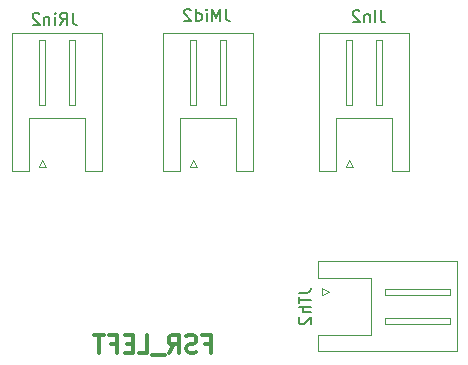
<source format=gbr>
%TF.GenerationSoftware,KiCad,Pcbnew,9.0.2*%
%TF.CreationDate,2025-08-28T12:16:00+10:00*%
%TF.ProjectId,fsr_left,6673725f-6c65-4667-942e-6b696361645f,rev?*%
%TF.SameCoordinates,Original*%
%TF.FileFunction,Legend,Bot*%
%TF.FilePolarity,Positive*%
%FSLAX46Y46*%
G04 Gerber Fmt 4.6, Leading zero omitted, Abs format (unit mm)*
G04 Created by KiCad (PCBNEW 9.0.2) date 2025-08-28 12:16:00*
%MOMM*%
%LPD*%
G01*
G04 APERTURE LIST*
%ADD10C,0.300000*%
%ADD11C,0.150000*%
%ADD12C,0.120000*%
G04 APERTURE END LIST*
D10*
X162725489Y-90165114D02*
X163225489Y-90165114D01*
X163225489Y-90950828D02*
X163225489Y-89450828D01*
X163225489Y-89450828D02*
X162511203Y-89450828D01*
X162011203Y-90879400D02*
X161796918Y-90950828D01*
X161796918Y-90950828D02*
X161439775Y-90950828D01*
X161439775Y-90950828D02*
X161296918Y-90879400D01*
X161296918Y-90879400D02*
X161225489Y-90807971D01*
X161225489Y-90807971D02*
X161154060Y-90665114D01*
X161154060Y-90665114D02*
X161154060Y-90522257D01*
X161154060Y-90522257D02*
X161225489Y-90379400D01*
X161225489Y-90379400D02*
X161296918Y-90307971D01*
X161296918Y-90307971D02*
X161439775Y-90236542D01*
X161439775Y-90236542D02*
X161725489Y-90165114D01*
X161725489Y-90165114D02*
X161868346Y-90093685D01*
X161868346Y-90093685D02*
X161939775Y-90022257D01*
X161939775Y-90022257D02*
X162011203Y-89879400D01*
X162011203Y-89879400D02*
X162011203Y-89736542D01*
X162011203Y-89736542D02*
X161939775Y-89593685D01*
X161939775Y-89593685D02*
X161868346Y-89522257D01*
X161868346Y-89522257D02*
X161725489Y-89450828D01*
X161725489Y-89450828D02*
X161368346Y-89450828D01*
X161368346Y-89450828D02*
X161154060Y-89522257D01*
X159654061Y-90950828D02*
X160154061Y-90236542D01*
X160511204Y-90950828D02*
X160511204Y-89450828D01*
X160511204Y-89450828D02*
X159939775Y-89450828D01*
X159939775Y-89450828D02*
X159796918Y-89522257D01*
X159796918Y-89522257D02*
X159725489Y-89593685D01*
X159725489Y-89593685D02*
X159654061Y-89736542D01*
X159654061Y-89736542D02*
X159654061Y-89950828D01*
X159654061Y-89950828D02*
X159725489Y-90093685D01*
X159725489Y-90093685D02*
X159796918Y-90165114D01*
X159796918Y-90165114D02*
X159939775Y-90236542D01*
X159939775Y-90236542D02*
X160511204Y-90236542D01*
X159368347Y-91093685D02*
X158225489Y-91093685D01*
X157154061Y-90950828D02*
X157868347Y-90950828D01*
X157868347Y-90950828D02*
X157868347Y-89450828D01*
X156654061Y-90165114D02*
X156154061Y-90165114D01*
X155939775Y-90950828D02*
X156654061Y-90950828D01*
X156654061Y-90950828D02*
X156654061Y-89450828D01*
X156654061Y-89450828D02*
X155939775Y-89450828D01*
X154796918Y-90165114D02*
X155296918Y-90165114D01*
X155296918Y-90950828D02*
X155296918Y-89450828D01*
X155296918Y-89450828D02*
X154582632Y-89450828D01*
X154225489Y-89450828D02*
X153368347Y-89450828D01*
X153796918Y-90950828D02*
X153796918Y-89450828D01*
D11*
X177623809Y-61954819D02*
X177623809Y-62669104D01*
X177623809Y-62669104D02*
X177671428Y-62811961D01*
X177671428Y-62811961D02*
X177766666Y-62907200D01*
X177766666Y-62907200D02*
X177909523Y-62954819D01*
X177909523Y-62954819D02*
X178004761Y-62954819D01*
X177147618Y-62954819D02*
X177147618Y-61954819D01*
X176671428Y-62288152D02*
X176671428Y-62954819D01*
X176671428Y-62383390D02*
X176623809Y-62335771D01*
X176623809Y-62335771D02*
X176528571Y-62288152D01*
X176528571Y-62288152D02*
X176385714Y-62288152D01*
X176385714Y-62288152D02*
X176290476Y-62335771D01*
X176290476Y-62335771D02*
X176242857Y-62431009D01*
X176242857Y-62431009D02*
X176242857Y-62954819D01*
X175814285Y-62050057D02*
X175766666Y-62002438D01*
X175766666Y-62002438D02*
X175671428Y-61954819D01*
X175671428Y-61954819D02*
X175433333Y-61954819D01*
X175433333Y-61954819D02*
X175338095Y-62002438D01*
X175338095Y-62002438D02*
X175290476Y-62050057D01*
X175290476Y-62050057D02*
X175242857Y-62145295D01*
X175242857Y-62145295D02*
X175242857Y-62240533D01*
X175242857Y-62240533D02*
X175290476Y-62383390D01*
X175290476Y-62383390D02*
X175861904Y-62954819D01*
X175861904Y-62954819D02*
X175242857Y-62954819D01*
X164495237Y-61854819D02*
X164495237Y-62569104D01*
X164495237Y-62569104D02*
X164542856Y-62711961D01*
X164542856Y-62711961D02*
X164638094Y-62807200D01*
X164638094Y-62807200D02*
X164780951Y-62854819D01*
X164780951Y-62854819D02*
X164876189Y-62854819D01*
X164019046Y-62854819D02*
X164019046Y-61854819D01*
X164019046Y-61854819D02*
X163685713Y-62569104D01*
X163685713Y-62569104D02*
X163352380Y-61854819D01*
X163352380Y-61854819D02*
X163352380Y-62854819D01*
X162876189Y-62854819D02*
X162876189Y-62188152D01*
X162876189Y-61854819D02*
X162923808Y-61902438D01*
X162923808Y-61902438D02*
X162876189Y-61950057D01*
X162876189Y-61950057D02*
X162828570Y-61902438D01*
X162828570Y-61902438D02*
X162876189Y-61854819D01*
X162876189Y-61854819D02*
X162876189Y-61950057D01*
X161971428Y-62854819D02*
X161971428Y-61854819D01*
X161971428Y-62807200D02*
X162066666Y-62854819D01*
X162066666Y-62854819D02*
X162257142Y-62854819D01*
X162257142Y-62854819D02*
X162352380Y-62807200D01*
X162352380Y-62807200D02*
X162399999Y-62759580D01*
X162399999Y-62759580D02*
X162447618Y-62664342D01*
X162447618Y-62664342D02*
X162447618Y-62378628D01*
X162447618Y-62378628D02*
X162399999Y-62283390D01*
X162399999Y-62283390D02*
X162352380Y-62235771D01*
X162352380Y-62235771D02*
X162257142Y-62188152D01*
X162257142Y-62188152D02*
X162066666Y-62188152D01*
X162066666Y-62188152D02*
X161971428Y-62235771D01*
X161542856Y-61950057D02*
X161495237Y-61902438D01*
X161495237Y-61902438D02*
X161399999Y-61854819D01*
X161399999Y-61854819D02*
X161161904Y-61854819D01*
X161161904Y-61854819D02*
X161066666Y-61902438D01*
X161066666Y-61902438D02*
X161019047Y-61950057D01*
X161019047Y-61950057D02*
X160971428Y-62045295D01*
X160971428Y-62045295D02*
X160971428Y-62140533D01*
X160971428Y-62140533D02*
X161019047Y-62283390D01*
X161019047Y-62283390D02*
X161590475Y-62854819D01*
X161590475Y-62854819D02*
X160971428Y-62854819D01*
X151523809Y-62154819D02*
X151523809Y-62869104D01*
X151523809Y-62869104D02*
X151571428Y-63011961D01*
X151571428Y-63011961D02*
X151666666Y-63107200D01*
X151666666Y-63107200D02*
X151809523Y-63154819D01*
X151809523Y-63154819D02*
X151904761Y-63154819D01*
X150476190Y-63154819D02*
X150809523Y-62678628D01*
X151047618Y-63154819D02*
X151047618Y-62154819D01*
X151047618Y-62154819D02*
X150666666Y-62154819D01*
X150666666Y-62154819D02*
X150571428Y-62202438D01*
X150571428Y-62202438D02*
X150523809Y-62250057D01*
X150523809Y-62250057D02*
X150476190Y-62345295D01*
X150476190Y-62345295D02*
X150476190Y-62488152D01*
X150476190Y-62488152D02*
X150523809Y-62583390D01*
X150523809Y-62583390D02*
X150571428Y-62631009D01*
X150571428Y-62631009D02*
X150666666Y-62678628D01*
X150666666Y-62678628D02*
X151047618Y-62678628D01*
X150047618Y-63154819D02*
X150047618Y-62488152D01*
X150047618Y-62154819D02*
X150095237Y-62202438D01*
X150095237Y-62202438D02*
X150047618Y-62250057D01*
X150047618Y-62250057D02*
X149999999Y-62202438D01*
X149999999Y-62202438D02*
X150047618Y-62154819D01*
X150047618Y-62154819D02*
X150047618Y-62250057D01*
X149571428Y-62488152D02*
X149571428Y-63154819D01*
X149571428Y-62583390D02*
X149523809Y-62535771D01*
X149523809Y-62535771D02*
X149428571Y-62488152D01*
X149428571Y-62488152D02*
X149285714Y-62488152D01*
X149285714Y-62488152D02*
X149190476Y-62535771D01*
X149190476Y-62535771D02*
X149142857Y-62631009D01*
X149142857Y-62631009D02*
X149142857Y-63154819D01*
X148714285Y-62250057D02*
X148666666Y-62202438D01*
X148666666Y-62202438D02*
X148571428Y-62154819D01*
X148571428Y-62154819D02*
X148333333Y-62154819D01*
X148333333Y-62154819D02*
X148238095Y-62202438D01*
X148238095Y-62202438D02*
X148190476Y-62250057D01*
X148190476Y-62250057D02*
X148142857Y-62345295D01*
X148142857Y-62345295D02*
X148142857Y-62440533D01*
X148142857Y-62440533D02*
X148190476Y-62583390D01*
X148190476Y-62583390D02*
X148761904Y-63154819D01*
X148761904Y-63154819D02*
X148142857Y-63154819D01*
X170689819Y-85853333D02*
X171404104Y-85853333D01*
X171404104Y-85853333D02*
X171546961Y-85805714D01*
X171546961Y-85805714D02*
X171642200Y-85710476D01*
X171642200Y-85710476D02*
X171689819Y-85567619D01*
X171689819Y-85567619D02*
X171689819Y-85472381D01*
X170689819Y-86186667D02*
X170689819Y-86758095D01*
X171689819Y-86472381D02*
X170689819Y-86472381D01*
X171689819Y-87091429D02*
X170689819Y-87091429D01*
X171689819Y-87520000D02*
X171166009Y-87520000D01*
X171166009Y-87520000D02*
X171070771Y-87472381D01*
X171070771Y-87472381D02*
X171023152Y-87377143D01*
X171023152Y-87377143D02*
X171023152Y-87234286D01*
X171023152Y-87234286D02*
X171070771Y-87139048D01*
X171070771Y-87139048D02*
X171118390Y-87091429D01*
X170785057Y-87948572D02*
X170737438Y-87996191D01*
X170737438Y-87996191D02*
X170689819Y-88091429D01*
X170689819Y-88091429D02*
X170689819Y-88329524D01*
X170689819Y-88329524D02*
X170737438Y-88424762D01*
X170737438Y-88424762D02*
X170785057Y-88472381D01*
X170785057Y-88472381D02*
X170880295Y-88520000D01*
X170880295Y-88520000D02*
X170975533Y-88520000D01*
X170975533Y-88520000D02*
X171118390Y-88472381D01*
X171118390Y-88472381D02*
X171689819Y-87900953D01*
X171689819Y-87900953D02*
X171689819Y-88520000D01*
D12*
%TO.C,JIn2*%
X172390000Y-63835000D02*
X172390000Y-75555000D01*
X172390000Y-75555000D02*
X173810000Y-75555000D01*
X173810000Y-71055000D02*
X176200000Y-71055000D01*
X173810000Y-75555000D02*
X173810000Y-71055000D01*
X174650000Y-75245000D02*
X175250000Y-75245000D01*
X174700000Y-64445000D02*
X175200000Y-64445000D01*
X174700000Y-69945000D02*
X174700000Y-64445000D01*
X174950000Y-74645000D02*
X174650000Y-75245000D01*
X175200000Y-64445000D02*
X175200000Y-69945000D01*
X175200000Y-69945000D02*
X174700000Y-69945000D01*
X175250000Y-75245000D02*
X174950000Y-74645000D01*
X176200000Y-63835000D02*
X172390000Y-63835000D01*
X176200000Y-63835000D02*
X180010000Y-63835000D01*
X177200000Y-64445000D02*
X177700000Y-64445000D01*
X177200000Y-69945000D02*
X177200000Y-64445000D01*
X177700000Y-64445000D02*
X177700000Y-69945000D01*
X177700000Y-69945000D02*
X177200000Y-69945000D01*
X178590000Y-71055000D02*
X176200000Y-71055000D01*
X178590000Y-75555000D02*
X178590000Y-71055000D01*
X180010000Y-63835000D02*
X180010000Y-75555000D01*
X180010000Y-75555000D02*
X178590000Y-75555000D01*
%TO.C,JMid2*%
X159190000Y-63835000D02*
X159190000Y-75555000D01*
X159190000Y-75555000D02*
X160610000Y-75555000D01*
X160610000Y-71055000D02*
X163000000Y-71055000D01*
X160610000Y-75555000D02*
X160610000Y-71055000D01*
X161450000Y-75245000D02*
X162050000Y-75245000D01*
X161500000Y-64445000D02*
X162000000Y-64445000D01*
X161500000Y-69945000D02*
X161500000Y-64445000D01*
X161750000Y-74645000D02*
X161450000Y-75245000D01*
X162000000Y-64445000D02*
X162000000Y-69945000D01*
X162000000Y-69945000D02*
X161500000Y-69945000D01*
X162050000Y-75245000D02*
X161750000Y-74645000D01*
X163000000Y-63835000D02*
X159190000Y-63835000D01*
X163000000Y-63835000D02*
X166810000Y-63835000D01*
X164000000Y-64445000D02*
X164500000Y-64445000D01*
X164000000Y-69945000D02*
X164000000Y-64445000D01*
X164500000Y-64445000D02*
X164500000Y-69945000D01*
X164500000Y-69945000D02*
X164000000Y-69945000D01*
X165390000Y-71055000D02*
X163000000Y-71055000D01*
X165390000Y-75555000D02*
X165390000Y-71055000D01*
X166810000Y-63835000D02*
X166810000Y-75555000D01*
X166810000Y-75555000D02*
X165390000Y-75555000D01*
%TO.C,JRin2*%
X146390000Y-63835000D02*
X146390000Y-75555000D01*
X146390000Y-75555000D02*
X147810000Y-75555000D01*
X147810000Y-71055000D02*
X150200000Y-71055000D01*
X147810000Y-75555000D02*
X147810000Y-71055000D01*
X148650000Y-75245000D02*
X149250000Y-75245000D01*
X148700000Y-64445000D02*
X149200000Y-64445000D01*
X148700000Y-69945000D02*
X148700000Y-64445000D01*
X148950000Y-74645000D02*
X148650000Y-75245000D01*
X149200000Y-64445000D02*
X149200000Y-69945000D01*
X149200000Y-69945000D02*
X148700000Y-69945000D01*
X149250000Y-75245000D02*
X148950000Y-74645000D01*
X150200000Y-63835000D02*
X146390000Y-63835000D01*
X150200000Y-63835000D02*
X154010000Y-63835000D01*
X151200000Y-64445000D02*
X151700000Y-64445000D01*
X151200000Y-69945000D02*
X151200000Y-64445000D01*
X151700000Y-64445000D02*
X151700000Y-69945000D01*
X151700000Y-69945000D02*
X151200000Y-69945000D01*
X152590000Y-71055000D02*
X150200000Y-71055000D01*
X152590000Y-75555000D02*
X152590000Y-71055000D01*
X154010000Y-63835000D02*
X154010000Y-75555000D01*
X154010000Y-75555000D02*
X152590000Y-75555000D01*
%TO.C,JTh2*%
X172335000Y-83210000D02*
X172335000Y-84630000D01*
X172335000Y-84630000D02*
X176835000Y-84630000D01*
X172335000Y-89410000D02*
X176835000Y-89410000D01*
X172335000Y-90830000D02*
X172335000Y-89410000D01*
X172645000Y-85470000D02*
X172645000Y-86070000D01*
X172645000Y-86070000D02*
X173245000Y-85770000D01*
X173245000Y-85770000D02*
X172645000Y-85470000D01*
X176835000Y-84630000D02*
X176835000Y-87020000D01*
X176835000Y-89410000D02*
X176835000Y-87020000D01*
X177945000Y-85520000D02*
X183445000Y-85520000D01*
X177945000Y-86020000D02*
X177945000Y-85520000D01*
X177945000Y-88020000D02*
X183445000Y-88020000D01*
X177945000Y-88520000D02*
X177945000Y-88020000D01*
X183445000Y-85520000D02*
X183445000Y-86020000D01*
X183445000Y-86020000D02*
X177945000Y-86020000D01*
X183445000Y-88020000D02*
X183445000Y-88520000D01*
X183445000Y-88520000D02*
X177945000Y-88520000D01*
X184055000Y-83210000D02*
X172335000Y-83210000D01*
X184055000Y-87020000D02*
X184055000Y-83210000D01*
X184055000Y-87020000D02*
X184055000Y-90830000D01*
X184055000Y-90830000D02*
X172335000Y-90830000D01*
%TD*%
M02*

</source>
